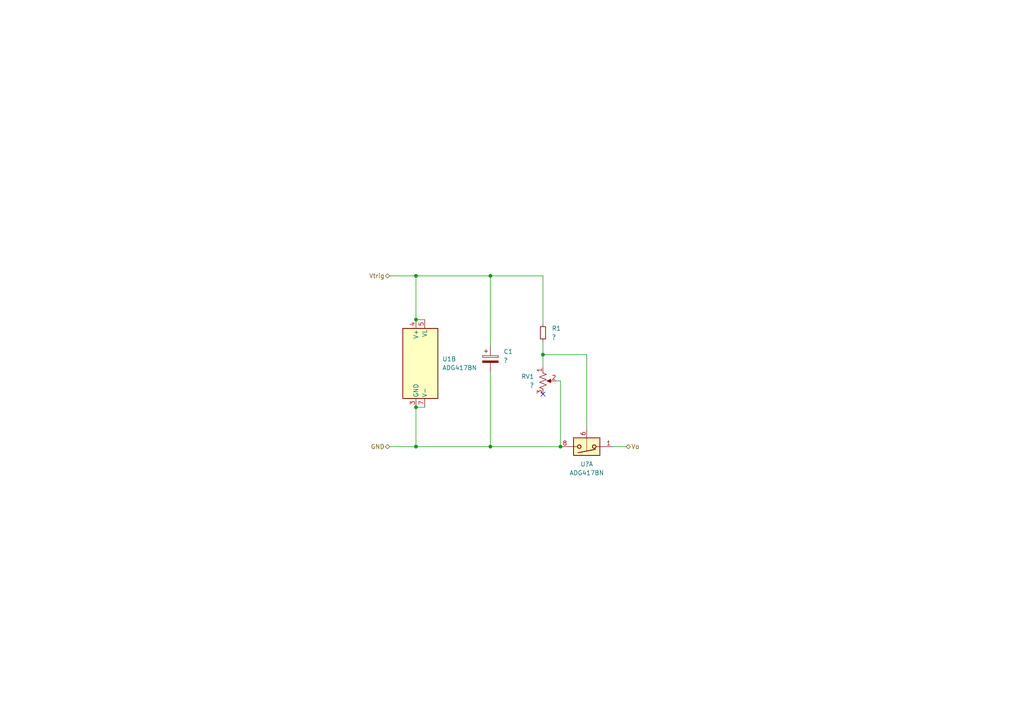
<source format=kicad_sch>
(kicad_sch (version 20211123) (generator eeschema)

  (uuid 6b8236dc-42ad-44af-861b-615a5464a463)

  (paper "A4")

  (lib_symbols
    (symbol "Analog_Switch:ADG417BN" (pin_names (offset 0.254)) (in_bom yes) (on_board yes)
      (property "Reference" "U" (id 0) (at -3.175 5.334 0)
        (effects (font (size 1.27 1.27)) (justify left))
      )
      (property "Value" "ADG417BN" (id 1) (at -3.175 3.556 0)
        (effects (font (size 1.27 1.27)) (justify left))
      )
      (property "Footprint" "Package_DIP:DIP-8_W7.62mm" (id 2) (at 0 -2.54 0)
        (effects (font (size 1.27 1.27)) hide)
      )
      (property "Datasheet" "https://www.analog.com/media/en/technical-documentation/data-sheets/ADG417.pdf" (id 3) (at 0 0 0)
        (effects (font (size 1.27 1.27)) hide)
      )
      (property "ki_keywords" "CMOS Analog Switch" (id 4) (at 0 0 0)
        (effects (font (size 1.27 1.27)) hide)
      )
      (property "ki_description" "Single SPST Monolithic LC²MOS Analog Switch, normally OFF, 25Ohm Ron, DIP-8" (id 5) (at 0 0 0)
        (effects (font (size 1.27 1.27)) hide)
      )
      (property "ki_fp_filters" "DIP*W7.62mm*" (id 6) (at 0 0 0)
        (effects (font (size 1.27 1.27)) hide)
      )
      (symbol "ADG417BN_1_1"
        (rectangle (start -3.81 2.54) (end 3.81 -2.54)
          (stroke (width 0.254) (type default) (color 0 0 0 0))
          (fill (type background))
        )
        (circle (center -2.159 0) (radius 0.508)
          (stroke (width 0.254) (type default) (color 0 0 0 0))
          (fill (type none))
        )
        (polyline
          (pts
            (xy -5.08 0)
            (xy -2.794 0)
          )
          (stroke (width 0) (type default) (color 0 0 0 0))
          (fill (type none))
        )
        (polyline
          (pts
            (xy -2.54 0.762)
            (xy 2.54 1.778)
          )
          (stroke (width 0.254) (type default) (color 0 0 0 0))
          (fill (type none))
        )
        (polyline
          (pts
            (xy 0 -2.54)
            (xy 0 -2.032)
          )
          (stroke (width 0) (type default) (color 0 0 0 0))
          (fill (type none))
        )
        (polyline
          (pts
            (xy 0 -1.778)
            (xy 0 -1.524)
          )
          (stroke (width 0) (type default) (color 0 0 0 0))
          (fill (type none))
        )
        (polyline
          (pts
            (xy 0 -1.27)
            (xy 0 -1.016)
          )
          (stroke (width 0) (type default) (color 0 0 0 0))
          (fill (type none))
        )
        (polyline
          (pts
            (xy 0 -0.762)
            (xy 0 -0.508)
          )
          (stroke (width 0) (type default) (color 0 0 0 0))
          (fill (type none))
        )
        (polyline
          (pts
            (xy 0 -0.254)
            (xy 0 0)
          )
          (stroke (width 0) (type default) (color 0 0 0 0))
          (fill (type none))
        )
        (polyline
          (pts
            (xy 0 0.254)
            (xy 0 0.508)
          )
          (stroke (width 0) (type default) (color 0 0 0 0))
          (fill (type none))
        )
        (polyline
          (pts
            (xy 0 0.762)
            (xy 0 1.016)
          )
          (stroke (width 0) (type default) (color 0 0 0 0))
          (fill (type none))
        )
        (polyline
          (pts
            (xy 5.08 0)
            (xy 2.794 0)
          )
          (stroke (width 0) (type default) (color 0 0 0 0))
          (fill (type none))
        )
        (circle (center 2.159 0) (radius 0.508)
          (stroke (width 0.254) (type default) (color 0 0 0 0))
          (fill (type none))
        )
        (pin passive line (at -7.62 0 0) (length 2.54)
          (name "~" (effects (font (size 1.27 1.27))))
          (number "1" (effects (font (size 1.27 1.27))))
        )
        (pin input line (at 0 -5.08 90) (length 2.54)
          (name "~" (effects (font (size 1.27 1.27))))
          (number "6" (effects (font (size 1.27 1.27))))
        )
        (pin passive line (at 7.62 0 180) (length 2.54)
          (name "~" (effects (font (size 1.27 1.27))))
          (number "8" (effects (font (size 1.27 1.27))))
        )
      )
      (symbol "ADG417BN_2_0"
        (pin no_connect line (at -2.54 10.16 270) (length 2.54) hide
          (name "NC" (effects (font (size 1.27 1.27))))
          (number "2" (effects (font (size 1.27 1.27))))
        )
        (pin power_in line (at 0 -12.7 90) (length 2.54)
          (name "GND" (effects (font (size 1.27 1.27))))
          (number "3" (effects (font (size 1.27 1.27))))
        )
        (pin power_in line (at 0 12.7 270) (length 2.54)
          (name "V+" (effects (font (size 1.27 1.27))))
          (number "4" (effects (font (size 1.27 1.27))))
        )
        (pin power_in line (at 2.54 12.7 270) (length 2.54)
          (name "VL" (effects (font (size 1.27 1.27))))
          (number "5" (effects (font (size 1.27 1.27))))
        )
        (pin power_in line (at 2.54 -12.7 90) (length 2.54)
          (name "V-" (effects (font (size 1.27 1.27))))
          (number "7" (effects (font (size 1.27 1.27))))
        )
      )
      (symbol "ADG417BN_2_1"
        (rectangle (start -3.81 10.16) (end 6.35 -10.16)
          (stroke (width 0.254) (type default) (color 0 0 0 0))
          (fill (type background))
        )
      )
    )
    (symbol "Device:C_Polarized" (pin_numbers hide) (pin_names (offset 0.254)) (in_bom yes) (on_board yes)
      (property "Reference" "C" (id 0) (at 0.635 2.54 0)
        (effects (font (size 1.27 1.27)) (justify left))
      )
      (property "Value" "C_Polarized" (id 1) (at 0.635 -2.54 0)
        (effects (font (size 1.27 1.27)) (justify left))
      )
      (property "Footprint" "" (id 2) (at 0.9652 -3.81 0)
        (effects (font (size 1.27 1.27)) hide)
      )
      (property "Datasheet" "~" (id 3) (at 0 0 0)
        (effects (font (size 1.27 1.27)) hide)
      )
      (property "ki_keywords" "cap capacitor" (id 4) (at 0 0 0)
        (effects (font (size 1.27 1.27)) hide)
      )
      (property "ki_description" "Polarized capacitor" (id 5) (at 0 0 0)
        (effects (font (size 1.27 1.27)) hide)
      )
      (property "ki_fp_filters" "CP_*" (id 6) (at 0 0 0)
        (effects (font (size 1.27 1.27)) hide)
      )
      (symbol "C_Polarized_0_1"
        (rectangle (start -2.286 0.508) (end 2.286 1.016)
          (stroke (width 0) (type default) (color 0 0 0 0))
          (fill (type none))
        )
        (polyline
          (pts
            (xy -1.778 2.286)
            (xy -0.762 2.286)
          )
          (stroke (width 0) (type default) (color 0 0 0 0))
          (fill (type none))
        )
        (polyline
          (pts
            (xy -1.27 2.794)
            (xy -1.27 1.778)
          )
          (stroke (width 0) (type default) (color 0 0 0 0))
          (fill (type none))
        )
        (rectangle (start 2.286 -0.508) (end -2.286 -1.016)
          (stroke (width 0) (type default) (color 0 0 0 0))
          (fill (type outline))
        )
      )
      (symbol "C_Polarized_1_1"
        (pin passive line (at 0 3.81 270) (length 2.794)
          (name "~" (effects (font (size 1.27 1.27))))
          (number "1" (effects (font (size 1.27 1.27))))
        )
        (pin passive line (at 0 -3.81 90) (length 2.794)
          (name "~" (effects (font (size 1.27 1.27))))
          (number "2" (effects (font (size 1.27 1.27))))
        )
      )
    )
    (symbol "Device:R_Potentiometer_US" (pin_names (offset 1.016) hide) (in_bom yes) (on_board yes)
      (property "Reference" "RV" (id 0) (at -4.445 0 90)
        (effects (font (size 1.27 1.27)))
      )
      (property "Value" "R_Potentiometer_US" (id 1) (at -2.54 0 90)
        (effects (font (size 1.27 1.27)))
      )
      (property "Footprint" "" (id 2) (at 0 0 0)
        (effects (font (size 1.27 1.27)) hide)
      )
      (property "Datasheet" "~" (id 3) (at 0 0 0)
        (effects (font (size 1.27 1.27)) hide)
      )
      (property "ki_keywords" "resistor variable" (id 4) (at 0 0 0)
        (effects (font (size 1.27 1.27)) hide)
      )
      (property "ki_description" "Potentiometer, US symbol" (id 5) (at 0 0 0)
        (effects (font (size 1.27 1.27)) hide)
      )
      (property "ki_fp_filters" "Potentiometer*" (id 6) (at 0 0 0)
        (effects (font (size 1.27 1.27)) hide)
      )
      (symbol "R_Potentiometer_US_0_1"
        (polyline
          (pts
            (xy 0 -2.286)
            (xy 0 -2.54)
          )
          (stroke (width 0) (type default) (color 0 0 0 0))
          (fill (type none))
        )
        (polyline
          (pts
            (xy 0 2.54)
            (xy 0 2.286)
          )
          (stroke (width 0) (type default) (color 0 0 0 0))
          (fill (type none))
        )
        (polyline
          (pts
            (xy 2.54 0)
            (xy 1.524 0)
          )
          (stroke (width 0) (type default) (color 0 0 0 0))
          (fill (type none))
        )
        (polyline
          (pts
            (xy 1.143 0)
            (xy 2.286 0.508)
            (xy 2.286 -0.508)
            (xy 1.143 0)
          )
          (stroke (width 0) (type default) (color 0 0 0 0))
          (fill (type outline))
        )
        (polyline
          (pts
            (xy 0 -0.762)
            (xy 1.016 -1.143)
            (xy 0 -1.524)
            (xy -1.016 -1.905)
            (xy 0 -2.286)
          )
          (stroke (width 0) (type default) (color 0 0 0 0))
          (fill (type none))
        )
        (polyline
          (pts
            (xy 0 0.762)
            (xy 1.016 0.381)
            (xy 0 0)
            (xy -1.016 -0.381)
            (xy 0 -0.762)
          )
          (stroke (width 0) (type default) (color 0 0 0 0))
          (fill (type none))
        )
        (polyline
          (pts
            (xy 0 2.286)
            (xy 1.016 1.905)
            (xy 0 1.524)
            (xy -1.016 1.143)
            (xy 0 0.762)
          )
          (stroke (width 0) (type default) (color 0 0 0 0))
          (fill (type none))
        )
      )
      (symbol "R_Potentiometer_US_1_1"
        (pin passive line (at 0 3.81 270) (length 1.27)
          (name "1" (effects (font (size 1.27 1.27))))
          (number "1" (effects (font (size 1.27 1.27))))
        )
        (pin passive line (at 3.81 0 180) (length 1.27)
          (name "2" (effects (font (size 1.27 1.27))))
          (number "2" (effects (font (size 1.27 1.27))))
        )
        (pin passive line (at 0 -3.81 90) (length 1.27)
          (name "3" (effects (font (size 1.27 1.27))))
          (number "3" (effects (font (size 1.27 1.27))))
        )
      )
    )
    (symbol "Device:R_Small" (pin_numbers hide) (pin_names (offset 0.254) hide) (in_bom yes) (on_board yes)
      (property "Reference" "R" (id 0) (at 0.762 0.508 0)
        (effects (font (size 1.27 1.27)) (justify left))
      )
      (property "Value" "R_Small" (id 1) (at 0.762 -1.016 0)
        (effects (font (size 1.27 1.27)) (justify left))
      )
      (property "Footprint" "" (id 2) (at 0 0 0)
        (effects (font (size 1.27 1.27)) hide)
      )
      (property "Datasheet" "~" (id 3) (at 0 0 0)
        (effects (font (size 1.27 1.27)) hide)
      )
      (property "ki_keywords" "R resistor" (id 4) (at 0 0 0)
        (effects (font (size 1.27 1.27)) hide)
      )
      (property "ki_description" "Resistor, small symbol" (id 5) (at 0 0 0)
        (effects (font (size 1.27 1.27)) hide)
      )
      (property "ki_fp_filters" "R_*" (id 6) (at 0 0 0)
        (effects (font (size 1.27 1.27)) hide)
      )
      (symbol "R_Small_0_1"
        (rectangle (start -0.762 1.778) (end 0.762 -1.778)
          (stroke (width 0.2032) (type default) (color 0 0 0 0))
          (fill (type none))
        )
      )
      (symbol "R_Small_1_1"
        (pin passive line (at 0 2.54 270) (length 0.762)
          (name "~" (effects (font (size 1.27 1.27))))
          (number "1" (effects (font (size 1.27 1.27))))
        )
        (pin passive line (at 0 -2.54 90) (length 0.762)
          (name "~" (effects (font (size 1.27 1.27))))
          (number "2" (effects (font (size 1.27 1.27))))
        )
      )
    )
  )

  (junction (at 120.65 80.01) (diameter 0) (color 0 0 0 0)
    (uuid 297b0135-2c8b-44fa-a8cd-7bfcfffdab3d)
  )
  (junction (at 162.56 129.54) (diameter 0) (color 0 0 0 0)
    (uuid 4497622e-6a35-4d56-b145-e61873b6a125)
  )
  (junction (at 142.24 129.54) (diameter 0) (color 0 0 0 0)
    (uuid 4c84efb5-2492-43a6-8d79-ca1446207758)
  )
  (junction (at 120.65 92.71) (diameter 0) (color 0 0 0 0)
    (uuid 55287f92-7c6d-46d1-9b15-5287c307ad4f)
  )
  (junction (at 120.65 129.54) (diameter 0) (color 0 0 0 0)
    (uuid ac15ab52-f7e9-4273-81bc-74cfb93ca05e)
  )
  (junction (at 120.65 118.11) (diameter 0) (color 0 0 0 0)
    (uuid b8e5277d-028b-470d-9261-02c19f3bc7a6)
  )
  (junction (at 142.24 80.01) (diameter 0) (color 0 0 0 0)
    (uuid db1ece36-ccff-4269-8df7-23ca7e8111de)
  )
  (junction (at 157.48 102.87) (diameter 0) (color 0 0 0 0)
    (uuid f2396f82-9688-4d38-a308-607caadf4159)
  )

  (no_connect (at 157.48 114.3) (uuid 2a16fa00-0a66-4f18-8fce-6e8e41e5fa44))

  (wire (pts (xy 120.65 129.54) (xy 142.24 129.54))
    (stroke (width 0) (type default) (color 0 0 0 0))
    (uuid 01aaad61-51a6-415d-8ed8-7e54666b1e3d)
  )
  (wire (pts (xy 142.24 80.01) (xy 157.48 80.01))
    (stroke (width 0) (type default) (color 0 0 0 0))
    (uuid 07176650-9dc2-4597-9edc-e31b9bfa3a60)
  )
  (wire (pts (xy 162.56 110.49) (xy 161.29 110.49))
    (stroke (width 0) (type default) (color 0 0 0 0))
    (uuid 105c49ea-a35f-4a51-8886-eff142b25250)
  )
  (wire (pts (xy 170.18 124.46) (xy 170.18 102.87))
    (stroke (width 0) (type default) (color 0 0 0 0))
    (uuid 114181eb-7392-4a8c-8162-9def16899b0d)
  )
  (wire (pts (xy 120.65 118.11) (xy 123.19 118.11))
    (stroke (width 0) (type default) (color 0 0 0 0))
    (uuid 31bed7cb-8be6-4f99-8509-808b0332d00c)
  )
  (wire (pts (xy 162.56 129.54) (xy 162.56 110.49))
    (stroke (width 0) (type default) (color 0 0 0 0))
    (uuid 35ce42f7-eca0-4255-8d19-08fce4f7fbc2)
  )
  (wire (pts (xy 113.03 80.01) (xy 120.65 80.01))
    (stroke (width 0) (type default) (color 0 0 0 0))
    (uuid 5cf7dd5b-debd-49c8-aee1-8e15951d803d)
  )
  (wire (pts (xy 113.03 129.54) (xy 120.65 129.54))
    (stroke (width 0) (type default) (color 0 0 0 0))
    (uuid 5ee57c97-bd1d-49ef-a7b3-691def9f4a16)
  )
  (wire (pts (xy 142.24 100.33) (xy 142.24 80.01))
    (stroke (width 0) (type default) (color 0 0 0 0))
    (uuid 7693e082-fa84-42bb-8348-f5123f5b5551)
  )
  (wire (pts (xy 177.8 129.54) (xy 181.61 129.54))
    (stroke (width 0) (type default) (color 0 0 0 0))
    (uuid 771cb5c1-62ba-4cca-999e-cdcbe417213c)
  )
  (wire (pts (xy 120.65 80.01) (xy 120.65 92.71))
    (stroke (width 0) (type default) (color 0 0 0 0))
    (uuid 941d77ab-01d1-4b3e-981b-24f0df4e9698)
  )
  (wire (pts (xy 157.48 102.87) (xy 157.48 106.68))
    (stroke (width 0) (type default) (color 0 0 0 0))
    (uuid 95878ea9-9f0c-41e6-b323-9d777a9e719e)
  )
  (wire (pts (xy 120.65 92.71) (xy 123.19 92.71))
    (stroke (width 0) (type default) (color 0 0 0 0))
    (uuid 9c91d8ce-5ae0-4004-9323-48b769ca024b)
  )
  (wire (pts (xy 120.65 80.01) (xy 142.24 80.01))
    (stroke (width 0) (type default) (color 0 0 0 0))
    (uuid af6790e0-2cc0-4ba7-ac45-b3bb264948ea)
  )
  (wire (pts (xy 157.48 102.87) (xy 170.18 102.87))
    (stroke (width 0) (type default) (color 0 0 0 0))
    (uuid b7ecf714-7969-4e0c-93c4-6202e1a43cf8)
  )
  (wire (pts (xy 142.24 129.54) (xy 162.56 129.54))
    (stroke (width 0) (type default) (color 0 0 0 0))
    (uuid d47916b0-1656-441f-b8e2-ef4a011d9075)
  )
  (wire (pts (xy 157.48 80.01) (xy 157.48 93.98))
    (stroke (width 0) (type default) (color 0 0 0 0))
    (uuid d6d01648-f1da-4425-9a18-dfebc1772c74)
  )
  (wire (pts (xy 142.24 107.95) (xy 142.24 129.54))
    (stroke (width 0) (type default) (color 0 0 0 0))
    (uuid d7acd440-c3ef-47e9-a683-90951d1161c6)
  )
  (wire (pts (xy 157.48 99.06) (xy 157.48 102.87))
    (stroke (width 0) (type default) (color 0 0 0 0))
    (uuid d861908e-fd7d-455c-bd53-89c19d23a737)
  )
  (wire (pts (xy 120.65 118.11) (xy 120.65 129.54))
    (stroke (width 0) (type default) (color 0 0 0 0))
    (uuid e7b5e869-91bf-436f-aac6-4f72045f43a9)
  )

  (hierarchical_label "GND" (shape bidirectional) (at 113.03 129.54 180)
    (effects (font (size 1.27 1.27)) (justify right))
    (uuid 7000289b-b5bf-4bdd-bcb7-6a09cc1151cc)
  )
  (hierarchical_label "Vtrig" (shape bidirectional) (at 113.03 80.01 180)
    (effects (font (size 1.27 1.27)) (justify right))
    (uuid a3406fa7-bf29-4be6-85a7-d3117b41c818)
  )
  (hierarchical_label "Vo" (shape bidirectional) (at 181.61 129.54 0)
    (effects (font (size 1.27 1.27)) (justify left))
    (uuid ee9a2826-2513-480e-a552-3d07af5bf8a5)
  )

  (symbol (lib_id "Analog_Switch:ADG417BN") (at 170.18 129.54 180) (unit 1)
    (in_bom yes) (on_board yes) (fields_autoplaced)
    (uuid 25625d99-d45f-4b2f-9e62-009a122611f4)
    (property "Reference" "U?" (id 0) (at 170.18 134.62 0))
    (property "Value" "ADG417BN" (id 1) (at 170.18 137.16 0))
    (property "Footprint" "Package_DIP:DIP-8_W7.62mm" (id 2) (at 170.18 127 0)
      (effects (font (size 1.27 1.27)) hide)
    )
    (property "Datasheet" "https://www.analog.com/media/en/technical-documentation/data-sheets/ADG417.pdf" (id 3) (at 170.18 129.54 0)
      (effects (font (size 1.27 1.27)) hide)
    )
    (pin "1" (uuid d23840a6-3c61-45ca-968a-bc57332fd7a4))
    (pin "6" (uuid 2edc487e-09a5-4e4e-9675-a7b323f56380))
    (pin "8" (uuid 100847e3-630c-4c13-ba45-180e92370805))
  )

  (symbol (lib_id "Device:R_Potentiometer_US") (at 157.48 110.49 0) (unit 1)
    (in_bom yes) (on_board yes) (fields_autoplaced)
    (uuid 728bfabe-af3d-47f7-83ab-3eb330c693c3)
    (property "Reference" "RV1" (id 0) (at 154.94 109.2199 0)
      (effects (font (size 1.27 1.27)) (justify right))
    )
    (property "Value" "?" (id 1) (at 154.94 111.7599 0)
      (effects (font (size 1.27 1.27)) (justify right))
    )
    (property "Footprint" "" (id 2) (at 157.48 110.49 0)
      (effects (font (size 1.27 1.27)) hide)
    )
    (property "Datasheet" "~" (id 3) (at 157.48 110.49 0)
      (effects (font (size 1.27 1.27)) hide)
    )
    (pin "1" (uuid 072bd7d0-5fe7-473b-8c99-10fe81fd4c9c))
    (pin "2" (uuid 7dbab923-9c6a-4480-931e-c9b6a48ecd83))
    (pin "3" (uuid c4c1b179-4030-4d28-b6f4-2a8ead9b2804))
  )

  (symbol (lib_id "Device:C_Polarized") (at 142.24 104.14 0) (unit 1)
    (in_bom yes) (on_board yes) (fields_autoplaced)
    (uuid 8ad9c7c5-4596-4b78-b6ee-9ec21b56d618)
    (property "Reference" "C1" (id 0) (at 146.05 101.9809 0)
      (effects (font (size 1.27 1.27)) (justify left))
    )
    (property "Value" "?" (id 1) (at 146.05 104.5209 0)
      (effects (font (size 1.27 1.27)) (justify left))
    )
    (property "Footprint" "" (id 2) (at 143.2052 107.95 0)
      (effects (font (size 1.27 1.27)) hide)
    )
    (property "Datasheet" "~" (id 3) (at 142.24 104.14 0)
      (effects (font (size 1.27 1.27)) hide)
    )
    (pin "1" (uuid 368c8063-1553-4299-b6a2-80fc81df3b1a))
    (pin "2" (uuid 01b64fa4-80c8-414d-bc9f-9c8c804a0002))
  )

  (symbol (lib_id "Device:R_Small") (at 157.48 96.52 0) (unit 1)
    (in_bom yes) (on_board yes) (fields_autoplaced)
    (uuid 93319bf6-31a0-4369-8170-29673b7ed1a4)
    (property "Reference" "R1" (id 0) (at 160.02 95.2499 0)
      (effects (font (size 1.27 1.27)) (justify left))
    )
    (property "Value" "?" (id 1) (at 160.02 97.7899 0)
      (effects (font (size 1.27 1.27)) (justify left))
    )
    (property "Footprint" "" (id 2) (at 157.48 96.52 0)
      (effects (font (size 1.27 1.27)) hide)
    )
    (property "Datasheet" "~" (id 3) (at 157.48 96.52 0)
      (effects (font (size 1.27 1.27)) hide)
    )
    (pin "1" (uuid 2f7f1f98-c80a-4eb8-a5f1-2f31b0068c04))
    (pin "2" (uuid 9cce11d9-0c49-4d05-8a26-84168718ca18))
  )

  (symbol (lib_id "Analog_Switch:ADG417BN") (at 120.65 105.41 0) (unit 2)
    (in_bom yes) (on_board yes) (fields_autoplaced)
    (uuid e0f861fd-d93c-4567-ba3e-e119d1943534)
    (property "Reference" "U1" (id 0) (at 128.27 104.1399 0)
      (effects (font (size 1.27 1.27)) (justify left))
    )
    (property "Value" "ADG417BN" (id 1) (at 128.27 106.6799 0)
      (effects (font (size 1.27 1.27)) (justify left))
    )
    (property "Footprint" "Package_DIP:DIP-8_W7.62mm" (id 2) (at 120.65 107.95 0)
      (effects (font (size 1.27 1.27)) hide)
    )
    (property "Datasheet" "https://www.analog.com/media/en/technical-documentation/data-sheets/ADG417.pdf" (id 3) (at 120.65 105.41 0)
      (effects (font (size 1.27 1.27)) hide)
    )
    (pin "2" (uuid e39748c6-7728-45c9-8228-7cd0146da664))
    (pin "3" (uuid 1b228a76-3a99-40d7-829e-7b83a5416a10))
    (pin "4" (uuid 44fc0885-8b90-4e44-bfc2-b57a3bafe4b8))
    (pin "5" (uuid ce990808-c71f-4852-b092-9b5709657840))
    (pin "7" (uuid f3dc9f14-d205-47bb-98e5-a61903b33cf8))
  )
)

</source>
